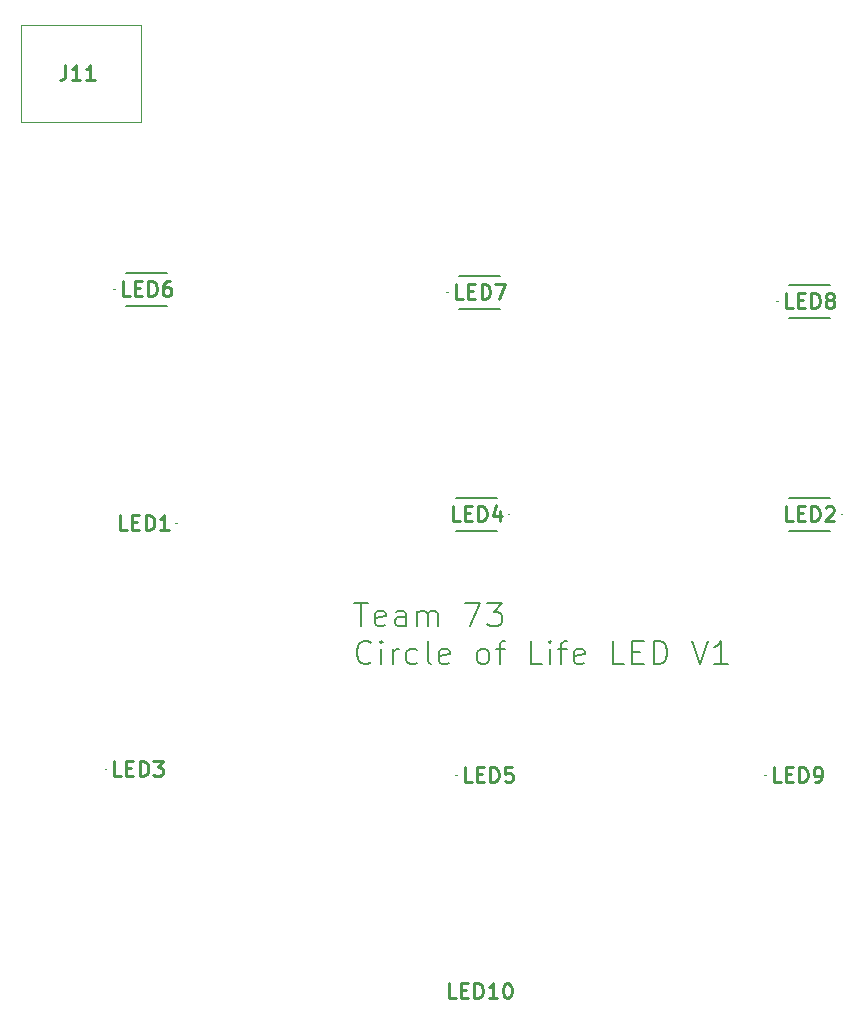
<source format=gbr>
%TF.GenerationSoftware,KiCad,Pcbnew,9.0.7*%
%TF.CreationDate,2026-02-25T22:42:44-06:00*%
%TF.ProjectId,grow_lights,67726f77-5f6c-4696-9768-74732e6b6963,rev?*%
%TF.SameCoordinates,Original*%
%TF.FileFunction,Legend,Top*%
%TF.FilePolarity,Positive*%
%FSLAX46Y46*%
G04 Gerber Fmt 4.6, Leading zero omitted, Abs format (unit mm)*
G04 Created by KiCad (PCBNEW 9.0.7) date 2026-02-25 22:42:44*
%MOMM*%
%LPD*%
G01*
G04 APERTURE LIST*
%ADD10C,0.200000*%
%ADD11C,0.254000*%
%ADD12C,0.100000*%
G04 APERTURE END LIST*
D10*
X136212054Y-103744950D02*
X137354911Y-103744950D01*
X136783482Y-105744950D02*
X136783482Y-103744950D01*
X138783483Y-105649712D02*
X138593007Y-105744950D01*
X138593007Y-105744950D02*
X138212054Y-105744950D01*
X138212054Y-105744950D02*
X138021578Y-105649712D01*
X138021578Y-105649712D02*
X137926340Y-105459235D01*
X137926340Y-105459235D02*
X137926340Y-104697331D01*
X137926340Y-104697331D02*
X138021578Y-104506854D01*
X138021578Y-104506854D02*
X138212054Y-104411616D01*
X138212054Y-104411616D02*
X138593007Y-104411616D01*
X138593007Y-104411616D02*
X138783483Y-104506854D01*
X138783483Y-104506854D02*
X138878721Y-104697331D01*
X138878721Y-104697331D02*
X138878721Y-104887807D01*
X138878721Y-104887807D02*
X137926340Y-105078283D01*
X140593007Y-105744950D02*
X140593007Y-104697331D01*
X140593007Y-104697331D02*
X140497769Y-104506854D01*
X140497769Y-104506854D02*
X140307293Y-104411616D01*
X140307293Y-104411616D02*
X139926340Y-104411616D01*
X139926340Y-104411616D02*
X139735864Y-104506854D01*
X140593007Y-105649712D02*
X140402531Y-105744950D01*
X140402531Y-105744950D02*
X139926340Y-105744950D01*
X139926340Y-105744950D02*
X139735864Y-105649712D01*
X139735864Y-105649712D02*
X139640626Y-105459235D01*
X139640626Y-105459235D02*
X139640626Y-105268759D01*
X139640626Y-105268759D02*
X139735864Y-105078283D01*
X139735864Y-105078283D02*
X139926340Y-104983045D01*
X139926340Y-104983045D02*
X140402531Y-104983045D01*
X140402531Y-104983045D02*
X140593007Y-104887807D01*
X141545388Y-105744950D02*
X141545388Y-104411616D01*
X141545388Y-104602092D02*
X141640626Y-104506854D01*
X141640626Y-104506854D02*
X141831102Y-104411616D01*
X141831102Y-104411616D02*
X142116817Y-104411616D01*
X142116817Y-104411616D02*
X142307293Y-104506854D01*
X142307293Y-104506854D02*
X142402531Y-104697331D01*
X142402531Y-104697331D02*
X142402531Y-105744950D01*
X142402531Y-104697331D02*
X142497769Y-104506854D01*
X142497769Y-104506854D02*
X142688245Y-104411616D01*
X142688245Y-104411616D02*
X142973959Y-104411616D01*
X142973959Y-104411616D02*
X143164436Y-104506854D01*
X143164436Y-104506854D02*
X143259674Y-104697331D01*
X143259674Y-104697331D02*
X143259674Y-105744950D01*
X145545389Y-103744950D02*
X146878722Y-103744950D01*
X146878722Y-103744950D02*
X146021579Y-105744950D01*
X147450151Y-103744950D02*
X148688246Y-103744950D01*
X148688246Y-103744950D02*
X148021579Y-104506854D01*
X148021579Y-104506854D02*
X148307294Y-104506854D01*
X148307294Y-104506854D02*
X148497770Y-104602092D01*
X148497770Y-104602092D02*
X148593008Y-104697331D01*
X148593008Y-104697331D02*
X148688246Y-104887807D01*
X148688246Y-104887807D02*
X148688246Y-105363997D01*
X148688246Y-105363997D02*
X148593008Y-105554473D01*
X148593008Y-105554473D02*
X148497770Y-105649712D01*
X148497770Y-105649712D02*
X148307294Y-105744950D01*
X148307294Y-105744950D02*
X147735865Y-105744950D01*
X147735865Y-105744950D02*
X147545389Y-105649712D01*
X147545389Y-105649712D02*
X147450151Y-105554473D01*
X137640625Y-108774361D02*
X137545387Y-108869600D01*
X137545387Y-108869600D02*
X137259673Y-108964838D01*
X137259673Y-108964838D02*
X137069197Y-108964838D01*
X137069197Y-108964838D02*
X136783482Y-108869600D01*
X136783482Y-108869600D02*
X136593006Y-108679123D01*
X136593006Y-108679123D02*
X136497768Y-108488647D01*
X136497768Y-108488647D02*
X136402530Y-108107695D01*
X136402530Y-108107695D02*
X136402530Y-107821980D01*
X136402530Y-107821980D02*
X136497768Y-107441028D01*
X136497768Y-107441028D02*
X136593006Y-107250552D01*
X136593006Y-107250552D02*
X136783482Y-107060076D01*
X136783482Y-107060076D02*
X137069197Y-106964838D01*
X137069197Y-106964838D02*
X137259673Y-106964838D01*
X137259673Y-106964838D02*
X137545387Y-107060076D01*
X137545387Y-107060076D02*
X137640625Y-107155314D01*
X138497768Y-108964838D02*
X138497768Y-107631504D01*
X138497768Y-106964838D02*
X138402530Y-107060076D01*
X138402530Y-107060076D02*
X138497768Y-107155314D01*
X138497768Y-107155314D02*
X138593006Y-107060076D01*
X138593006Y-107060076D02*
X138497768Y-106964838D01*
X138497768Y-106964838D02*
X138497768Y-107155314D01*
X139450149Y-108964838D02*
X139450149Y-107631504D01*
X139450149Y-108012457D02*
X139545387Y-107821980D01*
X139545387Y-107821980D02*
X139640625Y-107726742D01*
X139640625Y-107726742D02*
X139831101Y-107631504D01*
X139831101Y-107631504D02*
X140021578Y-107631504D01*
X141545387Y-108869600D02*
X141354911Y-108964838D01*
X141354911Y-108964838D02*
X140973958Y-108964838D01*
X140973958Y-108964838D02*
X140783482Y-108869600D01*
X140783482Y-108869600D02*
X140688244Y-108774361D01*
X140688244Y-108774361D02*
X140593006Y-108583885D01*
X140593006Y-108583885D02*
X140593006Y-108012457D01*
X140593006Y-108012457D02*
X140688244Y-107821980D01*
X140688244Y-107821980D02*
X140783482Y-107726742D01*
X140783482Y-107726742D02*
X140973958Y-107631504D01*
X140973958Y-107631504D02*
X141354911Y-107631504D01*
X141354911Y-107631504D02*
X141545387Y-107726742D01*
X142688244Y-108964838D02*
X142497768Y-108869600D01*
X142497768Y-108869600D02*
X142402530Y-108679123D01*
X142402530Y-108679123D02*
X142402530Y-106964838D01*
X144212054Y-108869600D02*
X144021578Y-108964838D01*
X144021578Y-108964838D02*
X143640625Y-108964838D01*
X143640625Y-108964838D02*
X143450149Y-108869600D01*
X143450149Y-108869600D02*
X143354911Y-108679123D01*
X143354911Y-108679123D02*
X143354911Y-107917219D01*
X143354911Y-107917219D02*
X143450149Y-107726742D01*
X143450149Y-107726742D02*
X143640625Y-107631504D01*
X143640625Y-107631504D02*
X144021578Y-107631504D01*
X144021578Y-107631504D02*
X144212054Y-107726742D01*
X144212054Y-107726742D02*
X144307292Y-107917219D01*
X144307292Y-107917219D02*
X144307292Y-108107695D01*
X144307292Y-108107695D02*
X143354911Y-108298171D01*
X146973959Y-108964838D02*
X146783483Y-108869600D01*
X146783483Y-108869600D02*
X146688245Y-108774361D01*
X146688245Y-108774361D02*
X146593007Y-108583885D01*
X146593007Y-108583885D02*
X146593007Y-108012457D01*
X146593007Y-108012457D02*
X146688245Y-107821980D01*
X146688245Y-107821980D02*
X146783483Y-107726742D01*
X146783483Y-107726742D02*
X146973959Y-107631504D01*
X146973959Y-107631504D02*
X147259674Y-107631504D01*
X147259674Y-107631504D02*
X147450150Y-107726742D01*
X147450150Y-107726742D02*
X147545388Y-107821980D01*
X147545388Y-107821980D02*
X147640626Y-108012457D01*
X147640626Y-108012457D02*
X147640626Y-108583885D01*
X147640626Y-108583885D02*
X147545388Y-108774361D01*
X147545388Y-108774361D02*
X147450150Y-108869600D01*
X147450150Y-108869600D02*
X147259674Y-108964838D01*
X147259674Y-108964838D02*
X146973959Y-108964838D01*
X148212055Y-107631504D02*
X148973959Y-107631504D01*
X148497769Y-108964838D02*
X148497769Y-107250552D01*
X148497769Y-107250552D02*
X148593007Y-107060076D01*
X148593007Y-107060076D02*
X148783483Y-106964838D01*
X148783483Y-106964838D02*
X148973959Y-106964838D01*
X152116817Y-108964838D02*
X151164436Y-108964838D01*
X151164436Y-108964838D02*
X151164436Y-106964838D01*
X152783484Y-108964838D02*
X152783484Y-107631504D01*
X152783484Y-106964838D02*
X152688246Y-107060076D01*
X152688246Y-107060076D02*
X152783484Y-107155314D01*
X152783484Y-107155314D02*
X152878722Y-107060076D01*
X152878722Y-107060076D02*
X152783484Y-106964838D01*
X152783484Y-106964838D02*
X152783484Y-107155314D01*
X153450151Y-107631504D02*
X154212055Y-107631504D01*
X153735865Y-108964838D02*
X153735865Y-107250552D01*
X153735865Y-107250552D02*
X153831103Y-107060076D01*
X153831103Y-107060076D02*
X154021579Y-106964838D01*
X154021579Y-106964838D02*
X154212055Y-106964838D01*
X155640627Y-108869600D02*
X155450151Y-108964838D01*
X155450151Y-108964838D02*
X155069198Y-108964838D01*
X155069198Y-108964838D02*
X154878722Y-108869600D01*
X154878722Y-108869600D02*
X154783484Y-108679123D01*
X154783484Y-108679123D02*
X154783484Y-107917219D01*
X154783484Y-107917219D02*
X154878722Y-107726742D01*
X154878722Y-107726742D02*
X155069198Y-107631504D01*
X155069198Y-107631504D02*
X155450151Y-107631504D01*
X155450151Y-107631504D02*
X155640627Y-107726742D01*
X155640627Y-107726742D02*
X155735865Y-107917219D01*
X155735865Y-107917219D02*
X155735865Y-108107695D01*
X155735865Y-108107695D02*
X154783484Y-108298171D01*
X159069199Y-108964838D02*
X158116818Y-108964838D01*
X158116818Y-108964838D02*
X158116818Y-106964838D01*
X159735866Y-107917219D02*
X160402533Y-107917219D01*
X160688247Y-108964838D02*
X159735866Y-108964838D01*
X159735866Y-108964838D02*
X159735866Y-106964838D01*
X159735866Y-106964838D02*
X160688247Y-106964838D01*
X161545390Y-108964838D02*
X161545390Y-106964838D01*
X161545390Y-106964838D02*
X162021580Y-106964838D01*
X162021580Y-106964838D02*
X162307295Y-107060076D01*
X162307295Y-107060076D02*
X162497771Y-107250552D01*
X162497771Y-107250552D02*
X162593009Y-107441028D01*
X162593009Y-107441028D02*
X162688247Y-107821980D01*
X162688247Y-107821980D02*
X162688247Y-108107695D01*
X162688247Y-108107695D02*
X162593009Y-108488647D01*
X162593009Y-108488647D02*
X162497771Y-108679123D01*
X162497771Y-108679123D02*
X162307295Y-108869600D01*
X162307295Y-108869600D02*
X162021580Y-108964838D01*
X162021580Y-108964838D02*
X161545390Y-108964838D01*
X164783486Y-106964838D02*
X165450152Y-108964838D01*
X165450152Y-108964838D02*
X166116819Y-106964838D01*
X167831105Y-108964838D02*
X166688248Y-108964838D01*
X167259676Y-108964838D02*
X167259676Y-106964838D01*
X167259676Y-106964838D02*
X167069200Y-107250552D01*
X167069200Y-107250552D02*
X166878724Y-107441028D01*
X166878724Y-107441028D02*
X166688248Y-107536266D01*
D11*
X111747905Y-58232318D02*
X111747905Y-59139461D01*
X111747905Y-59139461D02*
X111687428Y-59320889D01*
X111687428Y-59320889D02*
X111566476Y-59441842D01*
X111566476Y-59441842D02*
X111385047Y-59502318D01*
X111385047Y-59502318D02*
X111264095Y-59502318D01*
X113017905Y-59502318D02*
X112292190Y-59502318D01*
X112655047Y-59502318D02*
X112655047Y-58232318D01*
X112655047Y-58232318D02*
X112534095Y-58413746D01*
X112534095Y-58413746D02*
X112413143Y-58534699D01*
X112413143Y-58534699D02*
X112292190Y-58595175D01*
X114227429Y-59502318D02*
X113501714Y-59502318D01*
X113864571Y-59502318D02*
X113864571Y-58232318D01*
X113864571Y-58232318D02*
X113743619Y-58413746D01*
X113743619Y-58413746D02*
X113622667Y-58534699D01*
X113622667Y-58534699D02*
X113501714Y-58595175D01*
X117196809Y-77790318D02*
X116592047Y-77790318D01*
X116592047Y-77790318D02*
X116592047Y-76520318D01*
X117620142Y-77125080D02*
X118043476Y-77125080D01*
X118224904Y-77790318D02*
X117620142Y-77790318D01*
X117620142Y-77790318D02*
X117620142Y-76520318D01*
X117620142Y-76520318D02*
X118224904Y-76520318D01*
X118769190Y-77790318D02*
X118769190Y-76520318D01*
X118769190Y-76520318D02*
X119071571Y-76520318D01*
X119071571Y-76520318D02*
X119253000Y-76580794D01*
X119253000Y-76580794D02*
X119373952Y-76701746D01*
X119373952Y-76701746D02*
X119434429Y-76822699D01*
X119434429Y-76822699D02*
X119494905Y-77064603D01*
X119494905Y-77064603D02*
X119494905Y-77246032D01*
X119494905Y-77246032D02*
X119434429Y-77487937D01*
X119434429Y-77487937D02*
X119373952Y-77608889D01*
X119373952Y-77608889D02*
X119253000Y-77729842D01*
X119253000Y-77729842D02*
X119071571Y-77790318D01*
X119071571Y-77790318D02*
X118769190Y-77790318D01*
X120583476Y-76520318D02*
X120341571Y-76520318D01*
X120341571Y-76520318D02*
X120220619Y-76580794D01*
X120220619Y-76580794D02*
X120160143Y-76641270D01*
X120160143Y-76641270D02*
X120039190Y-76822699D01*
X120039190Y-76822699D02*
X119978714Y-77064603D01*
X119978714Y-77064603D02*
X119978714Y-77548413D01*
X119978714Y-77548413D02*
X120039190Y-77669365D01*
X120039190Y-77669365D02*
X120099667Y-77729842D01*
X120099667Y-77729842D02*
X120220619Y-77790318D01*
X120220619Y-77790318D02*
X120462524Y-77790318D01*
X120462524Y-77790318D02*
X120583476Y-77729842D01*
X120583476Y-77729842D02*
X120643952Y-77669365D01*
X120643952Y-77669365D02*
X120704429Y-77548413D01*
X120704429Y-77548413D02*
X120704429Y-77246032D01*
X120704429Y-77246032D02*
X120643952Y-77125080D01*
X120643952Y-77125080D02*
X120583476Y-77064603D01*
X120583476Y-77064603D02*
X120462524Y-77004127D01*
X120462524Y-77004127D02*
X120220619Y-77004127D01*
X120220619Y-77004127D02*
X120099667Y-77064603D01*
X120099667Y-77064603D02*
X120039190Y-77125080D01*
X120039190Y-77125080D02*
X119978714Y-77246032D01*
X144797047Y-137226318D02*
X144192285Y-137226318D01*
X144192285Y-137226318D02*
X144192285Y-135956318D01*
X145220380Y-136561080D02*
X145643714Y-136561080D01*
X145825142Y-137226318D02*
X145220380Y-137226318D01*
X145220380Y-137226318D02*
X145220380Y-135956318D01*
X145220380Y-135956318D02*
X145825142Y-135956318D01*
X146369428Y-137226318D02*
X146369428Y-135956318D01*
X146369428Y-135956318D02*
X146671809Y-135956318D01*
X146671809Y-135956318D02*
X146853238Y-136016794D01*
X146853238Y-136016794D02*
X146974190Y-136137746D01*
X146974190Y-136137746D02*
X147034667Y-136258699D01*
X147034667Y-136258699D02*
X147095143Y-136500603D01*
X147095143Y-136500603D02*
X147095143Y-136682032D01*
X147095143Y-136682032D02*
X147034667Y-136923937D01*
X147034667Y-136923937D02*
X146974190Y-137044889D01*
X146974190Y-137044889D02*
X146853238Y-137165842D01*
X146853238Y-137165842D02*
X146671809Y-137226318D01*
X146671809Y-137226318D02*
X146369428Y-137226318D01*
X148304667Y-137226318D02*
X147578952Y-137226318D01*
X147941809Y-137226318D02*
X147941809Y-135956318D01*
X147941809Y-135956318D02*
X147820857Y-136137746D01*
X147820857Y-136137746D02*
X147699905Y-136258699D01*
X147699905Y-136258699D02*
X147578952Y-136319175D01*
X149090857Y-135956318D02*
X149211810Y-135956318D01*
X149211810Y-135956318D02*
X149332762Y-136016794D01*
X149332762Y-136016794D02*
X149393238Y-136077270D01*
X149393238Y-136077270D02*
X149453714Y-136198222D01*
X149453714Y-136198222D02*
X149514191Y-136440127D01*
X149514191Y-136440127D02*
X149514191Y-136742508D01*
X149514191Y-136742508D02*
X149453714Y-136984413D01*
X149453714Y-136984413D02*
X149393238Y-137105365D01*
X149393238Y-137105365D02*
X149332762Y-137165842D01*
X149332762Y-137165842D02*
X149211810Y-137226318D01*
X149211810Y-137226318D02*
X149090857Y-137226318D01*
X149090857Y-137226318D02*
X148969905Y-137165842D01*
X148969905Y-137165842D02*
X148909429Y-137105365D01*
X148909429Y-137105365D02*
X148848952Y-136984413D01*
X148848952Y-136984413D02*
X148788476Y-136742508D01*
X148788476Y-136742508D02*
X148788476Y-136440127D01*
X148788476Y-136440127D02*
X148848952Y-136198222D01*
X148848952Y-136198222D02*
X148909429Y-136077270D01*
X148909429Y-136077270D02*
X148969905Y-136016794D01*
X148969905Y-136016794D02*
X149090857Y-135956318D01*
X145120809Y-96840318D02*
X144516047Y-96840318D01*
X144516047Y-96840318D02*
X144516047Y-95570318D01*
X145544142Y-96175080D02*
X145967476Y-96175080D01*
X146148904Y-96840318D02*
X145544142Y-96840318D01*
X145544142Y-96840318D02*
X145544142Y-95570318D01*
X145544142Y-95570318D02*
X146148904Y-95570318D01*
X146693190Y-96840318D02*
X146693190Y-95570318D01*
X146693190Y-95570318D02*
X146995571Y-95570318D01*
X146995571Y-95570318D02*
X147177000Y-95630794D01*
X147177000Y-95630794D02*
X147297952Y-95751746D01*
X147297952Y-95751746D02*
X147358429Y-95872699D01*
X147358429Y-95872699D02*
X147418905Y-96114603D01*
X147418905Y-96114603D02*
X147418905Y-96296032D01*
X147418905Y-96296032D02*
X147358429Y-96537937D01*
X147358429Y-96537937D02*
X147297952Y-96658889D01*
X147297952Y-96658889D02*
X147177000Y-96779842D01*
X147177000Y-96779842D02*
X146995571Y-96840318D01*
X146995571Y-96840318D02*
X146693190Y-96840318D01*
X148507476Y-95993651D02*
X148507476Y-96840318D01*
X148205095Y-95509842D02*
X147902714Y-96416984D01*
X147902714Y-96416984D02*
X148688905Y-96416984D01*
X116969809Y-97602318D02*
X116365047Y-97602318D01*
X116365047Y-97602318D02*
X116365047Y-96332318D01*
X117393142Y-96937080D02*
X117816476Y-96937080D01*
X117997904Y-97602318D02*
X117393142Y-97602318D01*
X117393142Y-97602318D02*
X117393142Y-96332318D01*
X117393142Y-96332318D02*
X117997904Y-96332318D01*
X118542190Y-97602318D02*
X118542190Y-96332318D01*
X118542190Y-96332318D02*
X118844571Y-96332318D01*
X118844571Y-96332318D02*
X119026000Y-96392794D01*
X119026000Y-96392794D02*
X119146952Y-96513746D01*
X119146952Y-96513746D02*
X119207429Y-96634699D01*
X119207429Y-96634699D02*
X119267905Y-96876603D01*
X119267905Y-96876603D02*
X119267905Y-97058032D01*
X119267905Y-97058032D02*
X119207429Y-97299937D01*
X119207429Y-97299937D02*
X119146952Y-97420889D01*
X119146952Y-97420889D02*
X119026000Y-97541842D01*
X119026000Y-97541842D02*
X118844571Y-97602318D01*
X118844571Y-97602318D02*
X118542190Y-97602318D01*
X120477429Y-97602318D02*
X119751714Y-97602318D01*
X120114571Y-97602318D02*
X120114571Y-96332318D01*
X120114571Y-96332318D02*
X119993619Y-96513746D01*
X119993619Y-96513746D02*
X119872667Y-96634699D01*
X119872667Y-96634699D02*
X119751714Y-96695175D01*
X145401809Y-78044318D02*
X144797047Y-78044318D01*
X144797047Y-78044318D02*
X144797047Y-76774318D01*
X145825142Y-77379080D02*
X146248476Y-77379080D01*
X146429904Y-78044318D02*
X145825142Y-78044318D01*
X145825142Y-78044318D02*
X145825142Y-76774318D01*
X145825142Y-76774318D02*
X146429904Y-76774318D01*
X146974190Y-78044318D02*
X146974190Y-76774318D01*
X146974190Y-76774318D02*
X147276571Y-76774318D01*
X147276571Y-76774318D02*
X147458000Y-76834794D01*
X147458000Y-76834794D02*
X147578952Y-76955746D01*
X147578952Y-76955746D02*
X147639429Y-77076699D01*
X147639429Y-77076699D02*
X147699905Y-77318603D01*
X147699905Y-77318603D02*
X147699905Y-77500032D01*
X147699905Y-77500032D02*
X147639429Y-77741937D01*
X147639429Y-77741937D02*
X147578952Y-77862889D01*
X147578952Y-77862889D02*
X147458000Y-77983842D01*
X147458000Y-77983842D02*
X147276571Y-78044318D01*
X147276571Y-78044318D02*
X146974190Y-78044318D01*
X148123238Y-76774318D02*
X148969905Y-76774318D01*
X148969905Y-76774318D02*
X148425619Y-78044318D01*
X146136809Y-118938318D02*
X145532047Y-118938318D01*
X145532047Y-118938318D02*
X145532047Y-117668318D01*
X146560142Y-118273080D02*
X146983476Y-118273080D01*
X147164904Y-118938318D02*
X146560142Y-118938318D01*
X146560142Y-118938318D02*
X146560142Y-117668318D01*
X146560142Y-117668318D02*
X147164904Y-117668318D01*
X147709190Y-118938318D02*
X147709190Y-117668318D01*
X147709190Y-117668318D02*
X148011571Y-117668318D01*
X148011571Y-117668318D02*
X148193000Y-117728794D01*
X148193000Y-117728794D02*
X148313952Y-117849746D01*
X148313952Y-117849746D02*
X148374429Y-117970699D01*
X148374429Y-117970699D02*
X148434905Y-118212603D01*
X148434905Y-118212603D02*
X148434905Y-118394032D01*
X148434905Y-118394032D02*
X148374429Y-118635937D01*
X148374429Y-118635937D02*
X148313952Y-118756889D01*
X148313952Y-118756889D02*
X148193000Y-118877842D01*
X148193000Y-118877842D02*
X148011571Y-118938318D01*
X148011571Y-118938318D02*
X147709190Y-118938318D01*
X149583952Y-117668318D02*
X148979190Y-117668318D01*
X148979190Y-117668318D02*
X148918714Y-118273080D01*
X148918714Y-118273080D02*
X148979190Y-118212603D01*
X148979190Y-118212603D02*
X149100143Y-118152127D01*
X149100143Y-118152127D02*
X149402524Y-118152127D01*
X149402524Y-118152127D02*
X149523476Y-118212603D01*
X149523476Y-118212603D02*
X149583952Y-118273080D01*
X149583952Y-118273080D02*
X149644429Y-118394032D01*
X149644429Y-118394032D02*
X149644429Y-118696413D01*
X149644429Y-118696413D02*
X149583952Y-118817365D01*
X149583952Y-118817365D02*
X149523476Y-118877842D01*
X149523476Y-118877842D02*
X149402524Y-118938318D01*
X149402524Y-118938318D02*
X149100143Y-118938318D01*
X149100143Y-118938318D02*
X148979190Y-118877842D01*
X148979190Y-118877842D02*
X148918714Y-118817365D01*
X172298809Y-118938318D02*
X171694047Y-118938318D01*
X171694047Y-118938318D02*
X171694047Y-117668318D01*
X172722142Y-118273080D02*
X173145476Y-118273080D01*
X173326904Y-118938318D02*
X172722142Y-118938318D01*
X172722142Y-118938318D02*
X172722142Y-117668318D01*
X172722142Y-117668318D02*
X173326904Y-117668318D01*
X173871190Y-118938318D02*
X173871190Y-117668318D01*
X173871190Y-117668318D02*
X174173571Y-117668318D01*
X174173571Y-117668318D02*
X174355000Y-117728794D01*
X174355000Y-117728794D02*
X174475952Y-117849746D01*
X174475952Y-117849746D02*
X174536429Y-117970699D01*
X174536429Y-117970699D02*
X174596905Y-118212603D01*
X174596905Y-118212603D02*
X174596905Y-118394032D01*
X174596905Y-118394032D02*
X174536429Y-118635937D01*
X174536429Y-118635937D02*
X174475952Y-118756889D01*
X174475952Y-118756889D02*
X174355000Y-118877842D01*
X174355000Y-118877842D02*
X174173571Y-118938318D01*
X174173571Y-118938318D02*
X173871190Y-118938318D01*
X175201667Y-118938318D02*
X175443571Y-118938318D01*
X175443571Y-118938318D02*
X175564524Y-118877842D01*
X175564524Y-118877842D02*
X175625000Y-118817365D01*
X175625000Y-118817365D02*
X175745952Y-118635937D01*
X175745952Y-118635937D02*
X175806429Y-118394032D01*
X175806429Y-118394032D02*
X175806429Y-117910222D01*
X175806429Y-117910222D02*
X175745952Y-117789270D01*
X175745952Y-117789270D02*
X175685476Y-117728794D01*
X175685476Y-117728794D02*
X175564524Y-117668318D01*
X175564524Y-117668318D02*
X175322619Y-117668318D01*
X175322619Y-117668318D02*
X175201667Y-117728794D01*
X175201667Y-117728794D02*
X175141190Y-117789270D01*
X175141190Y-117789270D02*
X175080714Y-117910222D01*
X175080714Y-117910222D02*
X175080714Y-118212603D01*
X175080714Y-118212603D02*
X175141190Y-118333556D01*
X175141190Y-118333556D02*
X175201667Y-118394032D01*
X175201667Y-118394032D02*
X175322619Y-118454508D01*
X175322619Y-118454508D02*
X175564524Y-118454508D01*
X175564524Y-118454508D02*
X175685476Y-118394032D01*
X175685476Y-118394032D02*
X175745952Y-118333556D01*
X175745952Y-118333556D02*
X175806429Y-118212603D01*
X116461809Y-118430318D02*
X115857047Y-118430318D01*
X115857047Y-118430318D02*
X115857047Y-117160318D01*
X116885142Y-117765080D02*
X117308476Y-117765080D01*
X117489904Y-118430318D02*
X116885142Y-118430318D01*
X116885142Y-118430318D02*
X116885142Y-117160318D01*
X116885142Y-117160318D02*
X117489904Y-117160318D01*
X118034190Y-118430318D02*
X118034190Y-117160318D01*
X118034190Y-117160318D02*
X118336571Y-117160318D01*
X118336571Y-117160318D02*
X118518000Y-117220794D01*
X118518000Y-117220794D02*
X118638952Y-117341746D01*
X118638952Y-117341746D02*
X118699429Y-117462699D01*
X118699429Y-117462699D02*
X118759905Y-117704603D01*
X118759905Y-117704603D02*
X118759905Y-117886032D01*
X118759905Y-117886032D02*
X118699429Y-118127937D01*
X118699429Y-118127937D02*
X118638952Y-118248889D01*
X118638952Y-118248889D02*
X118518000Y-118369842D01*
X118518000Y-118369842D02*
X118336571Y-118430318D01*
X118336571Y-118430318D02*
X118034190Y-118430318D01*
X119183238Y-117160318D02*
X119969429Y-117160318D01*
X119969429Y-117160318D02*
X119546095Y-117644127D01*
X119546095Y-117644127D02*
X119727524Y-117644127D01*
X119727524Y-117644127D02*
X119848476Y-117704603D01*
X119848476Y-117704603D02*
X119908952Y-117765080D01*
X119908952Y-117765080D02*
X119969429Y-117886032D01*
X119969429Y-117886032D02*
X119969429Y-118188413D01*
X119969429Y-118188413D02*
X119908952Y-118309365D01*
X119908952Y-118309365D02*
X119848476Y-118369842D01*
X119848476Y-118369842D02*
X119727524Y-118430318D01*
X119727524Y-118430318D02*
X119364667Y-118430318D01*
X119364667Y-118430318D02*
X119243714Y-118369842D01*
X119243714Y-118369842D02*
X119183238Y-118309365D01*
X173335809Y-78806318D02*
X172731047Y-78806318D01*
X172731047Y-78806318D02*
X172731047Y-77536318D01*
X173759142Y-78141080D02*
X174182476Y-78141080D01*
X174363904Y-78806318D02*
X173759142Y-78806318D01*
X173759142Y-78806318D02*
X173759142Y-77536318D01*
X173759142Y-77536318D02*
X174363904Y-77536318D01*
X174908190Y-78806318D02*
X174908190Y-77536318D01*
X174908190Y-77536318D02*
X175210571Y-77536318D01*
X175210571Y-77536318D02*
X175392000Y-77596794D01*
X175392000Y-77596794D02*
X175512952Y-77717746D01*
X175512952Y-77717746D02*
X175573429Y-77838699D01*
X175573429Y-77838699D02*
X175633905Y-78080603D01*
X175633905Y-78080603D02*
X175633905Y-78262032D01*
X175633905Y-78262032D02*
X175573429Y-78503937D01*
X175573429Y-78503937D02*
X175512952Y-78624889D01*
X175512952Y-78624889D02*
X175392000Y-78745842D01*
X175392000Y-78745842D02*
X175210571Y-78806318D01*
X175210571Y-78806318D02*
X174908190Y-78806318D01*
X176359619Y-78080603D02*
X176238667Y-78020127D01*
X176238667Y-78020127D02*
X176178190Y-77959651D01*
X176178190Y-77959651D02*
X176117714Y-77838699D01*
X176117714Y-77838699D02*
X176117714Y-77778222D01*
X176117714Y-77778222D02*
X176178190Y-77657270D01*
X176178190Y-77657270D02*
X176238667Y-77596794D01*
X176238667Y-77596794D02*
X176359619Y-77536318D01*
X176359619Y-77536318D02*
X176601524Y-77536318D01*
X176601524Y-77536318D02*
X176722476Y-77596794D01*
X176722476Y-77596794D02*
X176782952Y-77657270D01*
X176782952Y-77657270D02*
X176843429Y-77778222D01*
X176843429Y-77778222D02*
X176843429Y-77838699D01*
X176843429Y-77838699D02*
X176782952Y-77959651D01*
X176782952Y-77959651D02*
X176722476Y-78020127D01*
X176722476Y-78020127D02*
X176601524Y-78080603D01*
X176601524Y-78080603D02*
X176359619Y-78080603D01*
X176359619Y-78080603D02*
X176238667Y-78141080D01*
X176238667Y-78141080D02*
X176178190Y-78201556D01*
X176178190Y-78201556D02*
X176117714Y-78322508D01*
X176117714Y-78322508D02*
X176117714Y-78564413D01*
X176117714Y-78564413D02*
X176178190Y-78685365D01*
X176178190Y-78685365D02*
X176238667Y-78745842D01*
X176238667Y-78745842D02*
X176359619Y-78806318D01*
X176359619Y-78806318D02*
X176601524Y-78806318D01*
X176601524Y-78806318D02*
X176722476Y-78745842D01*
X176722476Y-78745842D02*
X176782952Y-78685365D01*
X176782952Y-78685365D02*
X176843429Y-78564413D01*
X176843429Y-78564413D02*
X176843429Y-78322508D01*
X176843429Y-78322508D02*
X176782952Y-78201556D01*
X176782952Y-78201556D02*
X176722476Y-78141080D01*
X176722476Y-78141080D02*
X176601524Y-78080603D01*
X173314809Y-96840318D02*
X172710047Y-96840318D01*
X172710047Y-96840318D02*
X172710047Y-95570318D01*
X173738142Y-96175080D02*
X174161476Y-96175080D01*
X174342904Y-96840318D02*
X173738142Y-96840318D01*
X173738142Y-96840318D02*
X173738142Y-95570318D01*
X173738142Y-95570318D02*
X174342904Y-95570318D01*
X174887190Y-96840318D02*
X174887190Y-95570318D01*
X174887190Y-95570318D02*
X175189571Y-95570318D01*
X175189571Y-95570318D02*
X175371000Y-95630794D01*
X175371000Y-95630794D02*
X175491952Y-95751746D01*
X175491952Y-95751746D02*
X175552429Y-95872699D01*
X175552429Y-95872699D02*
X175612905Y-96114603D01*
X175612905Y-96114603D02*
X175612905Y-96296032D01*
X175612905Y-96296032D02*
X175552429Y-96537937D01*
X175552429Y-96537937D02*
X175491952Y-96658889D01*
X175491952Y-96658889D02*
X175371000Y-96779842D01*
X175371000Y-96779842D02*
X175189571Y-96840318D01*
X175189571Y-96840318D02*
X174887190Y-96840318D01*
X176096714Y-95691270D02*
X176157190Y-95630794D01*
X176157190Y-95630794D02*
X176278143Y-95570318D01*
X176278143Y-95570318D02*
X176580524Y-95570318D01*
X176580524Y-95570318D02*
X176701476Y-95630794D01*
X176701476Y-95630794D02*
X176761952Y-95691270D01*
X176761952Y-95691270D02*
X176822429Y-95812222D01*
X176822429Y-95812222D02*
X176822429Y-95933175D01*
X176822429Y-95933175D02*
X176761952Y-96114603D01*
X176761952Y-96114603D02*
X176036238Y-96840318D01*
X176036238Y-96840318D02*
X176822429Y-96840318D01*
D12*
%TO.C,J11*%
X107996000Y-54828000D02*
X118156000Y-54828000D01*
X107996000Y-63028000D02*
X107996000Y-54828000D01*
X118156000Y-54828000D02*
X118156000Y-63028000D01*
X118156000Y-63028000D02*
X107996000Y-63028000D01*
%TO.C,LED6*%
X115818000Y-77216000D02*
X115818000Y-77216000D01*
X115918000Y-77216000D02*
X115918000Y-77216000D01*
D10*
X120368000Y-75816000D02*
X116868000Y-75816000D01*
X120368000Y-78616000D02*
X116868000Y-78616000D01*
D12*
X115818000Y-77216000D02*
G75*
G02*
X115918000Y-77216000I50000J0D01*
G01*
X115918000Y-77216000D02*
G75*
G02*
X115818000Y-77216000I-50000J0D01*
G01*
%TO.C,LED10*%
X149523000Y-136652000D02*
X149523000Y-136652000D01*
X149623000Y-136652000D02*
X149623000Y-136652000D01*
X149523000Y-136652000D02*
G75*
G02*
X149623000Y-136652000I50000J0D01*
G01*
X149623000Y-136652000D02*
G75*
G02*
X149523000Y-136652000I-50000J0D01*
G01*
D10*
%TO.C,LED4*%
X144792000Y-94866000D02*
X148292000Y-94866000D01*
X144792000Y-97666000D02*
X148292000Y-97666000D01*
D12*
X149242000Y-96266000D02*
X149242000Y-96266000D01*
X149342000Y-96266000D02*
X149342000Y-96266000D01*
X149242000Y-96266000D02*
G75*
G02*
X149342000Y-96266000I50000J0D01*
G01*
X149342000Y-96266000D02*
G75*
G02*
X149242000Y-96266000I-50000J0D01*
G01*
%TO.C,LED1*%
X121091000Y-97028000D02*
X121091000Y-97028000D01*
X121191000Y-97028000D02*
X121191000Y-97028000D01*
X121091000Y-97028000D02*
G75*
G02*
X121191000Y-97028000I50000J0D01*
G01*
X121191000Y-97028000D02*
G75*
G02*
X121091000Y-97028000I-50000J0D01*
G01*
%TO.C,LED7*%
X144023000Y-77470000D02*
X144023000Y-77470000D01*
X144123000Y-77470000D02*
X144123000Y-77470000D01*
D10*
X148573000Y-76070000D02*
X145073000Y-76070000D01*
X148573000Y-78870000D02*
X145073000Y-78870000D01*
D12*
X144023000Y-77470000D02*
G75*
G02*
X144123000Y-77470000I50000J0D01*
G01*
X144123000Y-77470000D02*
G75*
G02*
X144023000Y-77470000I-50000J0D01*
G01*
%TO.C,LED5*%
X144758000Y-118364000D02*
X144758000Y-118364000D01*
X144858000Y-118364000D02*
X144858000Y-118364000D01*
X144758000Y-118364000D02*
G75*
G02*
X144858000Y-118364000I50000J0D01*
G01*
X144858000Y-118364000D02*
G75*
G02*
X144758000Y-118364000I-50000J0D01*
G01*
%TO.C,LED9*%
X170920000Y-118364000D02*
X170920000Y-118364000D01*
X171020000Y-118364000D02*
X171020000Y-118364000D01*
X170920000Y-118364000D02*
G75*
G02*
X171020000Y-118364000I50000J0D01*
G01*
X171020000Y-118364000D02*
G75*
G02*
X170920000Y-118364000I-50000J0D01*
G01*
%TO.C,LED3*%
X115083000Y-117856000D02*
X115083000Y-117856000D01*
X115183000Y-117856000D02*
X115183000Y-117856000D01*
X115083000Y-117856000D02*
G75*
G02*
X115183000Y-117856000I50000J0D01*
G01*
X115183000Y-117856000D02*
G75*
G02*
X115083000Y-117856000I-50000J0D01*
G01*
%TO.C,LED8*%
X171957000Y-78232000D02*
X171957000Y-78232000D01*
X172057000Y-78232000D02*
X172057000Y-78232000D01*
D10*
X176507000Y-76832000D02*
X173007000Y-76832000D01*
X176507000Y-79632000D02*
X173007000Y-79632000D01*
D12*
X171957000Y-78232000D02*
G75*
G02*
X172057000Y-78232000I50000J0D01*
G01*
X172057000Y-78232000D02*
G75*
G02*
X171957000Y-78232000I-50000J0D01*
G01*
D10*
%TO.C,LED2*%
X172986000Y-94866000D02*
X176486000Y-94866000D01*
X172986000Y-97666000D02*
X176486000Y-97666000D01*
D12*
X177436000Y-96266000D02*
X177436000Y-96266000D01*
X177536000Y-96266000D02*
X177536000Y-96266000D01*
X177436000Y-96266000D02*
G75*
G02*
X177536000Y-96266000I50000J0D01*
G01*
X177536000Y-96266000D02*
G75*
G02*
X177436000Y-96266000I-50000J0D01*
G01*
%TD*%
M02*

</source>
